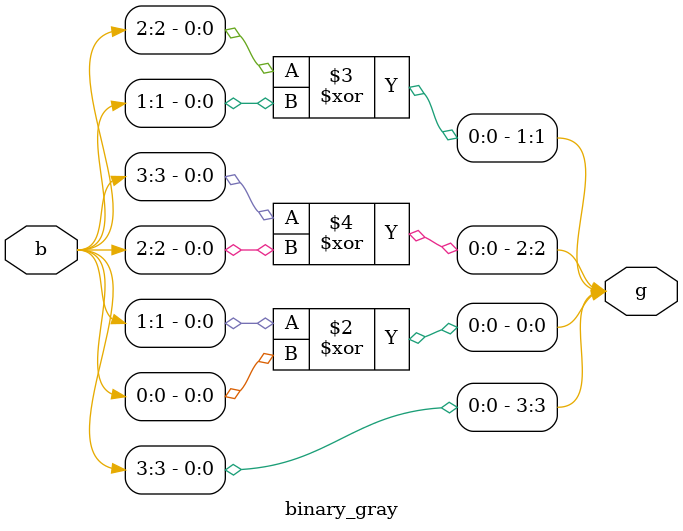
<source format=v>

module binary_gray(b,g);
input[3:0]b;
output reg [3:0]g;

always@(b)
begin
g[0]=b[1]^b[0];
g[1]=b[2]^b[1];
g[2]=b[3]^b[2];
g[3]=b[3];
end

endmodule



</source>
